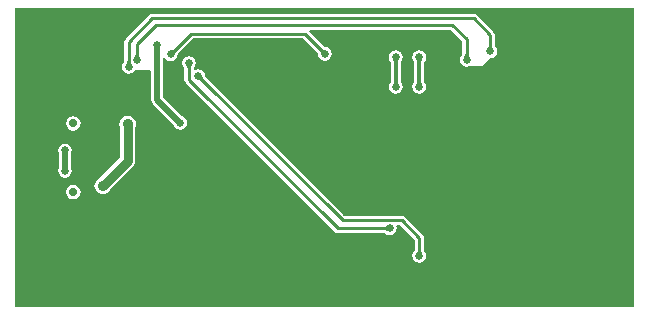
<source format=gbl>
G04 Layer_Physical_Order=2*
G04 Layer_Color=16737792*
%FSAX25Y25*%
%MOIN*%
G70*
G01*
G75*
%ADD28C,0.00984*%
%ADD29C,0.01181*%
%ADD30C,0.01968*%
%ADD35C,0.02756*%
%ADD36O,0.06299X0.03937*%
%ADD37O,0.08268X0.03937*%
%ADD38C,0.02559*%
%ADD39C,0.03543*%
%ADD40C,0.03150*%
G36*
X0307457Y0101204D02*
X0101204D01*
Y0201158D01*
X0307457D01*
Y0101204D01*
D02*
G37*
%LPC*%
G36*
X0120472Y0165023D02*
X0119545Y0164838D01*
X0118758Y0164313D01*
X0118233Y0163526D01*
X0118048Y0162598D01*
X0118233Y0161671D01*
X0118758Y0160884D01*
X0119545Y0160358D01*
X0120472Y0160174D01*
X0121400Y0160358D01*
X0122187Y0160884D01*
X0122712Y0161671D01*
X0122897Y0162598D01*
X0122712Y0163526D01*
X0122187Y0164313D01*
X0121400Y0164838D01*
X0120472Y0165023D01*
D02*
G37*
G36*
X0117717Y0155868D02*
X0116827Y0155691D01*
X0116073Y0155187D01*
X0115569Y0154433D01*
X0115392Y0153543D01*
X0115569Y0152654D01*
X0115693Y0152468D01*
Y0147926D01*
X0115569Y0147740D01*
X0115392Y0146850D01*
X0115569Y0145961D01*
X0116073Y0145207D01*
X0116827Y0144703D01*
X0117717Y0144526D01*
X0118606Y0144703D01*
X0119360Y0145207D01*
X0119864Y0145961D01*
X0120041Y0146850D01*
X0119864Y0147740D01*
X0119740Y0147926D01*
Y0152468D01*
X0119864Y0152654D01*
X0120041Y0153543D01*
X0119864Y0154433D01*
X0119360Y0155187D01*
X0118606Y0155691D01*
X0117717Y0155868D01*
D02*
G37*
G36*
X0146850Y0199159D02*
X0146268Y0199043D01*
X0145775Y0198714D01*
X0145775Y0198714D01*
X0137901Y0190840D01*
X0137571Y0190346D01*
X0137455Y0189764D01*
Y0183324D01*
X0137450Y0183297D01*
X0137442Y0183264D01*
X0137433Y0183237D01*
X0137423Y0183215D01*
X0137412Y0183196D01*
X0137409Y0183190D01*
X0137333Y0183140D01*
X0136829Y0182386D01*
X0136652Y0181496D01*
X0136829Y0180607D01*
X0137333Y0179853D01*
X0138087Y0179349D01*
X0138976Y0179172D01*
X0139866Y0179349D01*
X0140620Y0179853D01*
X0140929Y0180315D01*
X0145902D01*
X0146063Y0180315D01*
X0146402Y0179955D01*
Y0170472D01*
X0146556Y0169698D01*
X0146995Y0169042D01*
X0153911Y0162125D01*
X0153955Y0161906D01*
X0154459Y0161152D01*
X0155213Y0160648D01*
X0156102Y0160471D01*
X0156992Y0160648D01*
X0157746Y0161152D01*
X0158250Y0161906D01*
X0158426Y0162795D01*
X0158250Y0163685D01*
X0157746Y0164439D01*
X0156992Y0164943D01*
X0156773Y0164986D01*
X0150448Y0171310D01*
Y0184375D01*
X0150948Y0184527D01*
X0151309Y0183986D01*
X0152063Y0183483D01*
X0152953Y0183306D01*
X0153842Y0183483D01*
X0154596Y0183986D01*
X0155100Y0184740D01*
X0155277Y0185630D01*
X0155259Y0185719D01*
X0155261Y0185726D01*
X0155267Y0185747D01*
X0155276Y0185770D01*
X0155288Y0185795D01*
X0155305Y0185824D01*
X0155321Y0185847D01*
X0160473Y0190998D01*
X0197008D01*
X0201962Y0186044D01*
X0201978Y0186021D01*
X0201995Y0185992D01*
X0202008Y0185967D01*
X0202017Y0185944D01*
X0202023Y0185923D01*
X0202024Y0185916D01*
X0202007Y0185827D01*
X0202183Y0184937D01*
X0202687Y0184183D01*
X0203441Y0183679D01*
X0204331Y0183503D01*
X0205220Y0183679D01*
X0205974Y0184183D01*
X0206478Y0184937D01*
X0206655Y0185827D01*
X0206478Y0186716D01*
X0205974Y0187470D01*
X0205220Y0187974D01*
X0204331Y0188151D01*
X0204241Y0188133D01*
X0204235Y0188135D01*
X0204214Y0188141D01*
X0204191Y0188150D01*
X0204166Y0188162D01*
X0204136Y0188179D01*
X0204114Y0188195D01*
X0199055Y0193254D01*
X0199262Y0193754D01*
X0246220D01*
X0250054Y0189921D01*
Y0185687D01*
X0250049Y0185659D01*
X0250040Y0185626D01*
X0250031Y0185600D01*
X0250021Y0185577D01*
X0250011Y0185558D01*
X0250007Y0185552D01*
X0249931Y0185502D01*
X0249428Y0184748D01*
X0249251Y0183858D01*
X0249428Y0182969D01*
X0249931Y0182215D01*
X0250685Y0181711D01*
X0251575Y0181534D01*
X0252464Y0181711D01*
X0256870D01*
X0259449Y0184290D01*
X0260338Y0184467D01*
X0261092Y0184971D01*
X0261596Y0185725D01*
X0261773Y0186614D01*
X0261596Y0187504D01*
X0261092Y0188258D01*
X0261017Y0188308D01*
X0261013Y0188314D01*
X0261002Y0188333D01*
X0260993Y0188356D01*
X0260983Y0188382D01*
X0260975Y0188415D01*
X0260970Y0188443D01*
Y0192126D01*
X0260854Y0192708D01*
X0260525Y0193202D01*
X0255013Y0198714D01*
X0254519Y0199043D01*
X0253937Y0199159D01*
X0146851D01*
X0146850Y0199159D01*
D02*
G37*
G36*
X0235827Y0186970D02*
X0234937Y0186793D01*
X0234183Y0186289D01*
X0233680Y0185535D01*
X0233503Y0184646D01*
X0233680Y0183756D01*
X0234183Y0183002D01*
X0234195Y0182994D01*
X0234199Y0182974D01*
X0234205Y0182912D01*
Y0176516D01*
X0234202Y0176489D01*
X0234195Y0176454D01*
X0234183Y0176447D01*
X0233680Y0175693D01*
X0233503Y0174803D01*
X0233680Y0173914D01*
X0234183Y0173160D01*
X0234937Y0172656D01*
X0235827Y0172479D01*
X0236716Y0172656D01*
X0237470Y0173160D01*
X0237974Y0173914D01*
X0238151Y0174803D01*
X0237974Y0175693D01*
X0237470Y0176447D01*
X0237459Y0176454D01*
X0237455Y0176475D01*
X0237449Y0176537D01*
Y0182933D01*
X0237452Y0182960D01*
X0237459Y0182994D01*
X0237470Y0183002D01*
X0237974Y0183756D01*
X0238151Y0184646D01*
X0237974Y0185535D01*
X0237470Y0186289D01*
X0236716Y0186793D01*
X0235827Y0186970D01*
D02*
G37*
G36*
X0227953D02*
X0227063Y0186793D01*
X0226309Y0186289D01*
X0225805Y0185535D01*
X0225629Y0184646D01*
X0225805Y0183756D01*
X0226309Y0183002D01*
X0226321Y0182994D01*
X0226325Y0182974D01*
X0226331Y0182912D01*
Y0176516D01*
X0226328Y0176489D01*
X0226321Y0176454D01*
X0226309Y0176447D01*
X0225805Y0175693D01*
X0225629Y0174803D01*
X0225805Y0173914D01*
X0226309Y0173160D01*
X0227063Y0172656D01*
X0227953Y0172479D01*
X0228842Y0172656D01*
X0229596Y0173160D01*
X0230100Y0173914D01*
X0230277Y0174803D01*
X0230100Y0175693D01*
X0229596Y0176447D01*
X0229585Y0176454D01*
X0229581Y0176475D01*
X0229574Y0176537D01*
Y0182933D01*
X0229578Y0182960D01*
X0229585Y0182994D01*
X0229596Y0183002D01*
X0230100Y0183756D01*
X0230277Y0184646D01*
X0230100Y0185535D01*
X0229596Y0186289D01*
X0228842Y0186793D01*
X0227953Y0186970D01*
D02*
G37*
G36*
X0159055Y0185001D02*
X0158166Y0184824D01*
X0157412Y0184321D01*
X0156908Y0183567D01*
X0156731Y0182677D01*
X0156908Y0181788D01*
X0157412Y0181034D01*
X0157487Y0180983D01*
X0157491Y0180977D01*
X0157502Y0180958D01*
X0157511Y0180936D01*
X0157521Y0180909D01*
X0157529Y0180876D01*
X0157534Y0180849D01*
Y0177165D01*
X0157650Y0176583D01*
X0157979Y0176090D01*
X0207586Y0126483D01*
X0208079Y0126154D01*
X0208661Y0126038D01*
X0208662Y0126038D01*
X0224156D01*
X0224183Y0126033D01*
X0224216Y0126024D01*
X0224243Y0126015D01*
X0224265Y0126006D01*
X0224285Y0125995D01*
X0224290Y0125991D01*
X0224341Y0125916D01*
X0225095Y0125412D01*
X0225984Y0125235D01*
X0226874Y0125412D01*
X0227628Y0125916D01*
X0228132Y0126670D01*
X0228308Y0127559D01*
X0228162Y0128294D01*
X0228456Y0128794D01*
X0229291D01*
X0234305Y0123779D01*
Y0120332D01*
X0234301Y0120305D01*
X0234292Y0120272D01*
X0234283Y0120245D01*
X0234273Y0120223D01*
X0234263Y0120204D01*
X0234259Y0120198D01*
X0234183Y0120147D01*
X0233680Y0119393D01*
X0233503Y0118504D01*
X0233680Y0117614D01*
X0234183Y0116860D01*
X0234937Y0116357D01*
X0235827Y0116180D01*
X0236716Y0116357D01*
X0237470Y0116860D01*
X0237974Y0117614D01*
X0238151Y0118504D01*
X0237974Y0119393D01*
X0237470Y0120147D01*
X0237395Y0120198D01*
X0237391Y0120204D01*
X0237380Y0120223D01*
X0237370Y0120245D01*
X0237361Y0120272D01*
X0237353Y0120305D01*
X0237348Y0120332D01*
Y0124409D01*
X0237232Y0124992D01*
X0236902Y0125485D01*
X0230997Y0131391D01*
X0230504Y0131720D01*
X0229921Y0131836D01*
X0210866D01*
X0164573Y0178129D01*
X0164557Y0178152D01*
X0164540Y0178181D01*
X0164527Y0178207D01*
X0164519Y0178229D01*
X0164513Y0178250D01*
X0164511Y0178257D01*
X0164529Y0178347D01*
X0164352Y0179236D01*
X0163848Y0179990D01*
X0163094Y0180494D01*
X0162205Y0180671D01*
X0161315Y0180494D01*
X0161095Y0180346D01*
X0160649Y0180574D01*
X0160627Y0180866D01*
X0160632Y0180989D01*
X0160699Y0181034D01*
X0161202Y0181788D01*
X0161379Y0182677D01*
X0161202Y0183567D01*
X0160699Y0184321D01*
X0159945Y0184824D01*
X0159055Y0185001D01*
D02*
G37*
G36*
X0120472Y0142188D02*
X0119545Y0142004D01*
X0118758Y0141478D01*
X0118233Y0140692D01*
X0118048Y0139764D01*
X0118233Y0138836D01*
X0118758Y0138049D01*
X0119545Y0137524D01*
X0120472Y0137339D01*
X0121400Y0137524D01*
X0122187Y0138049D01*
X0122712Y0138836D01*
X0122897Y0139764D01*
X0122712Y0140692D01*
X0122187Y0141478D01*
X0121400Y0142004D01*
X0120472Y0142188D01*
D02*
G37*
G36*
X0138583Y0165000D02*
X0137859Y0164905D01*
X0137185Y0164626D01*
X0136606Y0164181D01*
X0136162Y0163602D01*
X0135882Y0162928D01*
X0135787Y0162205D01*
X0135882Y0161481D01*
X0135986Y0161232D01*
Y0151076D01*
X0129166Y0144257D01*
X0128917Y0144153D01*
X0128338Y0143709D01*
X0127894Y0143130D01*
X0127615Y0142456D01*
X0127519Y0141732D01*
X0127615Y0141009D01*
X0127894Y0140334D01*
X0128338Y0139755D01*
X0128917Y0139311D01*
X0129591Y0139032D01*
X0130315Y0138937D01*
X0131038Y0139032D01*
X0131713Y0139311D01*
X0132292Y0139755D01*
X0132736Y0140334D01*
X0132839Y0140584D01*
X0140419Y0148164D01*
X0140832Y0148702D01*
X0141091Y0149328D01*
X0141180Y0150000D01*
Y0161232D01*
X0141283Y0161481D01*
X0141378Y0162205D01*
X0141283Y0162928D01*
X0141004Y0163602D01*
X0140559Y0164181D01*
X0139980Y0164626D01*
X0139306Y0164905D01*
X0138583Y0165000D01*
D02*
G37*
%LPD*%
G36*
X0252071Y0185682D02*
X0252083Y0185561D01*
X0252103Y0185445D01*
X0252132Y0185335D01*
X0252168Y0185229D01*
X0252212Y0185127D01*
X0252265Y0185031D01*
X0252325Y0184940D01*
X0252394Y0184854D01*
X0252470Y0184772D01*
X0250679D01*
X0250756Y0184854D01*
X0250824Y0184940D01*
X0250885Y0185031D01*
X0250937Y0185127D01*
X0250982Y0185229D01*
X0251018Y0185335D01*
X0251046Y0185445D01*
X0251066Y0185561D01*
X0251079Y0185682D01*
X0251083Y0185807D01*
X0252067D01*
X0252071Y0185682D01*
D02*
G37*
G36*
X0142228D02*
X0142241Y0185561D01*
X0142261Y0185445D01*
X0142289Y0185335D01*
X0142325Y0185229D01*
X0142370Y0185127D01*
X0142422Y0185031D01*
X0142483Y0184940D01*
X0142551Y0184854D01*
X0142628Y0184772D01*
X0140837D01*
X0140913Y0184854D01*
X0140982Y0184940D01*
X0141042Y0185031D01*
X0141095Y0185127D01*
X0141139Y0185229D01*
X0141176Y0185335D01*
X0141204Y0185445D01*
X0141224Y0185561D01*
X0141236Y0185682D01*
X0141240Y0185807D01*
X0142224D01*
X0142228Y0185682D01*
D02*
G37*
G36*
X0154679Y0186660D02*
X0154593Y0186568D01*
X0154516Y0186475D01*
X0154449Y0186379D01*
X0154390Y0186280D01*
X0154341Y0186179D01*
X0154301Y0186077D01*
X0154270Y0185972D01*
X0154248Y0185864D01*
X0154236Y0185755D01*
X0154232Y0185643D01*
X0152966Y0186909D01*
X0153077Y0186913D01*
X0153187Y0186925D01*
X0153294Y0186947D01*
X0153400Y0186978D01*
X0153502Y0187018D01*
X0153603Y0187067D01*
X0153701Y0187126D01*
X0153797Y0187193D01*
X0153891Y0187270D01*
X0153983Y0187356D01*
X0154679Y0186660D01*
D02*
G37*
G36*
X0259945Y0188437D02*
X0259957Y0188317D01*
X0259977Y0188201D01*
X0260005Y0188090D01*
X0260042Y0187985D01*
X0260086Y0187883D01*
X0260139Y0187787D01*
X0260199Y0187696D01*
X0260268Y0187610D01*
X0260345Y0187528D01*
X0258553D01*
X0258630Y0187610D01*
X0258698Y0187696D01*
X0258759Y0187787D01*
X0258811Y0187883D01*
X0258856Y0187985D01*
X0258892Y0188090D01*
X0258920Y0188201D01*
X0258941Y0188317D01*
X0258953Y0188437D01*
X0258957Y0188563D01*
X0259941D01*
X0259945Y0188437D01*
D02*
G37*
G36*
X0203392Y0187467D02*
X0203486Y0187390D01*
X0203582Y0187323D01*
X0203680Y0187264D01*
X0203781Y0187215D01*
X0203884Y0187175D01*
X0203989Y0187144D01*
X0204096Y0187122D01*
X0204206Y0187110D01*
X0204318Y0187106D01*
X0203051Y0185840D01*
X0203048Y0185951D01*
X0203035Y0186061D01*
X0203013Y0186168D01*
X0202982Y0186274D01*
X0202942Y0186376D01*
X0202893Y0186477D01*
X0202835Y0186575D01*
X0202767Y0186671D01*
X0202691Y0186765D01*
X0202605Y0186857D01*
X0203301Y0187553D01*
X0203392Y0187467D01*
D02*
G37*
G36*
X0139472Y0183319D02*
X0139485Y0183199D01*
X0139505Y0183083D01*
X0139533Y0182972D01*
X0139569Y0182866D01*
X0139614Y0182765D01*
X0139666Y0182669D01*
X0139727Y0182578D01*
X0139795Y0182491D01*
X0139872Y0182410D01*
X0138081D01*
X0138157Y0182491D01*
X0138226Y0182578D01*
X0138286Y0182669D01*
X0138339Y0182765D01*
X0138383Y0182866D01*
X0138420Y0182972D01*
X0138448Y0183083D01*
X0138468Y0183199D01*
X0138480Y0183319D01*
X0138484Y0183445D01*
X0139469D01*
X0139472Y0183319D01*
D02*
G37*
G36*
X0236665Y0183668D02*
X0236613Y0183597D01*
X0236567Y0183517D01*
X0236527Y0183430D01*
X0236494Y0183335D01*
X0236466Y0183232D01*
X0236445Y0183122D01*
X0236430Y0183003D01*
X0236420Y0182877D01*
X0236417Y0182743D01*
X0235236D01*
X0235233Y0182877D01*
X0235209Y0183122D01*
X0235187Y0183232D01*
X0235160Y0183335D01*
X0235126Y0183430D01*
X0235087Y0183517D01*
X0235041Y0183597D01*
X0234989Y0183668D01*
X0234931Y0183732D01*
X0236722D01*
X0236665Y0183668D01*
D02*
G37*
G36*
X0236420Y0176572D02*
X0236445Y0176327D01*
X0236466Y0176216D01*
X0236494Y0176114D01*
X0236527Y0176019D01*
X0236567Y0175932D01*
X0236613Y0175852D01*
X0236665Y0175781D01*
X0236722Y0175717D01*
X0234931D01*
X0234989Y0175781D01*
X0235041Y0175852D01*
X0235087Y0175932D01*
X0235126Y0176019D01*
X0235160Y0176114D01*
X0235187Y0176216D01*
X0235209Y0176327D01*
X0235224Y0176446D01*
X0235233Y0176572D01*
X0235236Y0176706D01*
X0236417D01*
X0236420Y0176572D01*
D02*
G37*
G36*
X0228546D02*
X0228571Y0176327D01*
X0228592Y0176216D01*
X0228620Y0176114D01*
X0228653Y0176019D01*
X0228693Y0175932D01*
X0228739Y0175852D01*
X0228790Y0175781D01*
X0228848Y0175717D01*
X0227057D01*
X0227115Y0175781D01*
X0227167Y0175852D01*
X0227213Y0175932D01*
X0227252Y0176019D01*
X0227286Y0176114D01*
X0227313Y0176216D01*
X0227335Y0176327D01*
X0227350Y0176446D01*
X0227359Y0176572D01*
X0227362Y0176706D01*
X0228543D01*
X0228546Y0176572D01*
D02*
G37*
G36*
X0228790Y0183668D02*
X0228739Y0183597D01*
X0228693Y0183517D01*
X0228653Y0183430D01*
X0228620Y0183335D01*
X0228592Y0183232D01*
X0228571Y0183122D01*
X0228555Y0183003D01*
X0228546Y0182877D01*
X0228543Y0182743D01*
X0227362D01*
X0227359Y0182877D01*
X0227335Y0183122D01*
X0227313Y0183232D01*
X0227286Y0183335D01*
X0227252Y0183430D01*
X0227213Y0183517D01*
X0227167Y0183597D01*
X0227115Y0183668D01*
X0227057Y0183732D01*
X0228848D01*
X0228790Y0183668D01*
D02*
G37*
G36*
X0225071Y0126663D02*
X0224989Y0126740D01*
X0224903Y0126809D01*
X0224811Y0126869D01*
X0224715Y0126922D01*
X0224614Y0126966D01*
X0224508Y0127002D01*
X0224397Y0127031D01*
X0224282Y0127051D01*
X0224161Y0127063D01*
X0224035Y0127067D01*
Y0128051D01*
X0224161Y0128055D01*
X0224282Y0128067D01*
X0224397Y0128087D01*
X0224508Y0128116D01*
X0224614Y0128152D01*
X0224715Y0128197D01*
X0224811Y0128249D01*
X0224903Y0128309D01*
X0224989Y0128378D01*
X0225071Y0128455D01*
Y0126663D01*
D02*
G37*
G36*
X0236323Y0120327D02*
X0236335Y0120207D01*
X0236355Y0120091D01*
X0236384Y0119980D01*
X0236420Y0119874D01*
X0236464Y0119773D01*
X0236517Y0119677D01*
X0236577Y0119586D01*
X0236646Y0119499D01*
X0236722Y0119418D01*
X0234931D01*
X0235008Y0119499D01*
X0235076Y0119586D01*
X0235137Y0119677D01*
X0235189Y0119773D01*
X0235234Y0119874D01*
X0235270Y0119980D01*
X0235298Y0120091D01*
X0235318Y0120207D01*
X0235331Y0120327D01*
X0235335Y0120453D01*
X0236319D01*
X0236323Y0120327D01*
D02*
G37*
G36*
X0163488Y0178222D02*
X0163500Y0178112D01*
X0163522Y0178005D01*
X0163553Y0177900D01*
X0163593Y0177797D01*
X0163642Y0177696D01*
X0163701Y0177598D01*
X0163768Y0177502D01*
X0163845Y0177408D01*
X0163931Y0177316D01*
X0163235Y0176620D01*
X0163143Y0176706D01*
X0163049Y0176783D01*
X0162953Y0176851D01*
X0162855Y0176909D01*
X0162754Y0176958D01*
X0162652Y0176998D01*
X0162546Y0177029D01*
X0162439Y0177051D01*
X0162329Y0177064D01*
X0162217Y0177067D01*
X0163484Y0178334D01*
X0163488Y0178222D01*
D02*
G37*
G36*
X0159874Y0181682D02*
X0159806Y0181595D01*
X0159745Y0181504D01*
X0159693Y0181408D01*
X0159648Y0181307D01*
X0159612Y0181201D01*
X0159584Y0181090D01*
X0159563Y0180974D01*
X0159551Y0180854D01*
X0159547Y0180728D01*
X0158563D01*
X0158559Y0180854D01*
X0158547Y0180974D01*
X0158527Y0181090D01*
X0158498Y0181201D01*
X0158462Y0181307D01*
X0158418Y0181408D01*
X0158365Y0181504D01*
X0158305Y0181595D01*
X0158236Y0181682D01*
X0158159Y0181763D01*
X0159951D01*
X0159874Y0181682D01*
D02*
G37*
D28*
X0208661Y0127559D02*
X0225984D01*
X0159055Y0177165D02*
X0208661Y0127559D01*
X0159055Y0177165D02*
Y0182677D01*
X0197638Y0192520D02*
X0204331Y0185827D01*
X0159843Y0192520D02*
X0197638D01*
X0152953Y0185630D02*
X0159843Y0192520D01*
X0210236Y0130315D02*
X0229921D01*
X0162205Y0178347D02*
X0210236Y0130315D01*
X0235827Y0118504D02*
Y0124409D01*
X0229921Y0130315D02*
X0235827Y0124409D01*
X0251575Y0183858D02*
Y0190551D01*
X0246850Y0195276D02*
X0251575Y0190551D01*
X0148031Y0195276D02*
X0246850D01*
X0259449Y0186614D02*
Y0192126D01*
X0253937Y0197638D02*
X0259449Y0192126D01*
X0146850Y0197638D02*
X0253937D01*
X0141732Y0188976D02*
X0148031Y0195276D01*
X0141732Y0183858D02*
Y0188976D01*
X0138976Y0189764D02*
X0146850Y0197638D01*
X0138976Y0181496D02*
Y0189764D01*
D29*
X0235827Y0174803D02*
Y0184646D01*
X0227953Y0174803D02*
Y0184646D01*
D30*
X0148425Y0170472D02*
X0156102Y0162795D01*
X0148425Y0170472D02*
Y0188583D01*
X0117717Y0146850D02*
Y0153543D01*
D35*
X0120472Y0162598D02*
D03*
Y0139764D02*
D03*
D36*
X0106044Y0134153D02*
D03*
Y0168209D02*
D03*
D37*
X0122501Y0134153D02*
D03*
Y0168209D02*
D03*
D38*
X0174803Y0104331D02*
D03*
Y0108268D02*
D03*
X0143701Y0166929D02*
D03*
X0161811Y0151575D02*
D03*
X0156693D02*
D03*
X0164567Y0167323D02*
D03*
X0164961Y0187795D02*
D03*
X0160630D02*
D03*
X0151969Y0177559D02*
D03*
X0301181Y0188976D02*
D03*
X0295275Y0177165D02*
D03*
X0301181Y0165354D02*
D03*
X0295275Y0153543D02*
D03*
X0301181Y0141732D02*
D03*
X0295275Y0129921D02*
D03*
X0301181Y0118110D02*
D03*
X0289370Y0188976D02*
D03*
X0283465Y0177165D02*
D03*
X0289370Y0165354D02*
D03*
X0283465Y0153543D02*
D03*
X0289370Y0141732D02*
D03*
X0283465Y0129921D02*
D03*
X0289370Y0118110D02*
D03*
X0271654Y0177165D02*
D03*
X0277559Y0165354D02*
D03*
X0271654Y0153543D02*
D03*
X0277559Y0141732D02*
D03*
X0271654Y0129921D02*
D03*
X0277559Y0118110D02*
D03*
X0259842Y0153543D02*
D03*
X0265748Y0141732D02*
D03*
X0259842Y0129921D02*
D03*
X0265748Y0118110D02*
D03*
X0253937Y0165354D02*
D03*
X0248031Y0153543D02*
D03*
X0253937Y0141732D02*
D03*
X0248031Y0129921D02*
D03*
X0253937Y0118110D02*
D03*
X0242126Y0165354D02*
D03*
X0236220Y0153543D02*
D03*
X0242126Y0141732D02*
D03*
X0236220Y0129921D02*
D03*
X0242126Y0118110D02*
D03*
X0230315Y0141732D02*
D03*
Y0118110D02*
D03*
X0218504D02*
D03*
X0159449Y0141732D02*
D03*
X0147638D02*
D03*
X0135827Y0188976D02*
D03*
X0129921Y0129921D02*
D03*
X0112205Y0165354D02*
D03*
X0106299Y0153543D02*
D03*
Y0129921D02*
D03*
Y0106299D02*
D03*
X0148425Y0188583D02*
D03*
X0162205Y0178347D02*
D03*
X0159055Y0182677D02*
D03*
X0152953Y0185630D02*
D03*
X0141732Y0183858D02*
D03*
X0138976Y0181496D02*
D03*
X0156102Y0162795D02*
D03*
X0133858Y0157087D02*
D03*
X0219291Y0185039D02*
D03*
X0212992D02*
D03*
X0196063Y0184646D02*
D03*
X0190945D02*
D03*
X0118504Y0190551D02*
D03*
X0123228D02*
D03*
X0235827Y0118504D02*
D03*
X0225984Y0127559D02*
D03*
X0204331Y0185827D02*
D03*
X0251575Y0183858D02*
D03*
X0259449Y0186614D02*
D03*
X0227953Y0174803D02*
D03*
X0235827D02*
D03*
Y0184646D02*
D03*
X0227953D02*
D03*
X0117717Y0146850D02*
D03*
Y0153543D02*
D03*
D39*
X0130315Y0141732D02*
D03*
X0138583Y0162205D02*
D03*
D40*
Y0150000D02*
Y0162205D01*
X0130315Y0141732D02*
X0138583Y0150000D01*
M02*

</source>
